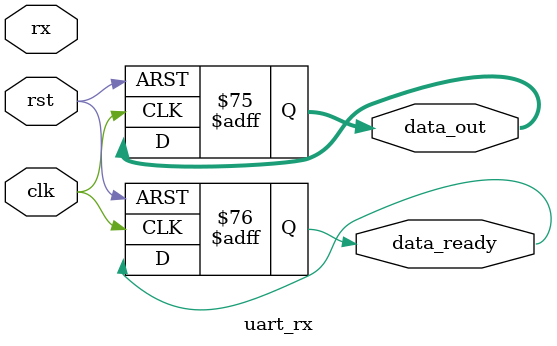
<source format=v>
`timescale 1ns / 1ps


module uart_rx (
    input wire clk,            
    input wire rst,             
    input wire rx,              
    output reg [32:0] data_out, 
    output reg data_ready       
);

    parameter CLK_FREQ = 100000000;  
    parameter BAUD_RATE = 9600;    
    localparam CLK_PER_BIT = CLK_FREQ / BAUD_RATE;

    reg [15:0] clk_count = 0;
    reg [3:0] bit_count = 0;
    reg [32:0] rx_shift_reg = 0;
    reg receiving = 0;
    reg [1:0] state = 0;  // 0: idle, 1: receiving, 2: done

    always @(posedge clk or posedge rst) begin
        if (rst) begin
            clk_count <= 0;
            bit_count <= 0;
            state <= 0;
            receiving <= 0;
            data_ready <= 0;
            data_out <= 0;
        end else begin
            case (state)
                0: begin
                    // Idle state, waiting for start bit
                    if (rx == 0) begin  // Start bit detected
                        state <= 1;
                        clk_count <= 0;
                        bit_count <= 0;
                    end
                end

                1: begin
                    // Receiving state
                    clk_count <= clk_count + 1;
                    if (clk_count >= CLK_PER_BIT) begin
                        clk_count <= 0;
                        bit_count <= bit_count + 1;

                        if (bit_count > 0 && bit_count < 82) begin
                            // Read data bits
                            rx_shift_reg <= {rx, rx_shift_reg[32:1]};
                        end else if (bit_count == 34) begin
                            // Stop bit (ignored here, assuming valid)
                            data_out <= rx_shift_reg;
                            data_ready <= 1;
                            state <= 2;
                        end
                    end
                end

                2: begin
                    // Done state, waiting for data to be read
                    if (data_ready == 0) begin
                        state <= 0;
                    end
                end
            endcase
        end
    end
endmodule
</source>
